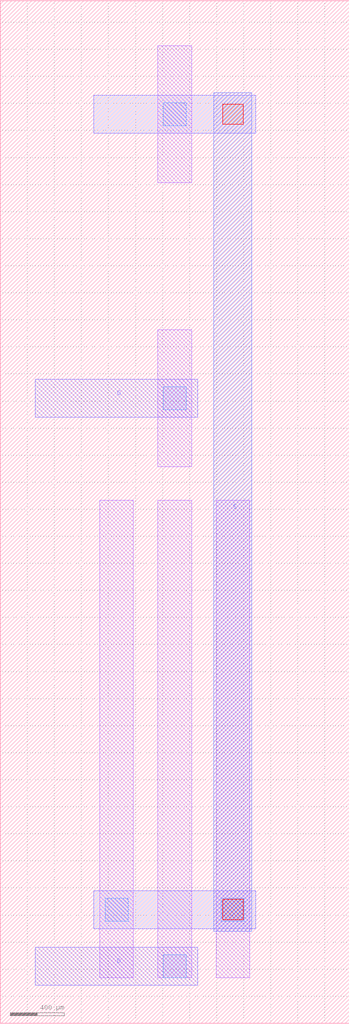
<source format=lef>
MACRO NMOS_S_54487678_X1_Y1
  UNITS 
    DATABASE MICRONS UNITS 1000;
  END UNITS 
  ORIGIN 0 0 ;
  FOREIGN NMOS_S_54487678_X1_Y1 0 0 ;
  SIZE 2580 BY 7560 ;
  PIN D
    DIRECTION INOUT ;
    USE SIGNAL ;
    PORT
      LAYER M2 ;
        RECT 260 280 1460 560 ;
    END
  END D
  PIN G
    DIRECTION INOUT ;
    USE SIGNAL ;
    PORT
      LAYER M2 ;
        RECT 260 4480 1460 4760 ;
    END
  END G
  PIN S
    DIRECTION INOUT ;
    USE SIGNAL ;
    PORT
      LAYER M3 ;
        RECT 1580 680 1860 6880 ;
    END
  END S
  OBS
    LAYER M1 ;
      RECT 1165 335 1415 3865 ;
    LAYER M1 ;
      RECT 1165 4115 1415 5125 ;
    LAYER M1 ;
      RECT 1165 6215 1415 7225 ;
    LAYER M1 ;
      RECT 735 335 985 3865 ;
    LAYER M1 ;
      RECT 1595 335 1845 3865 ;
    LAYER M2 ;
      RECT 690 700 1890 980 ;
    LAYER M2 ;
      RECT 690 6580 1890 6860 ;
    LAYER V1 ;
      RECT 1205 335 1375 505 ;
    LAYER V1 ;
      RECT 1205 4535 1375 4705 ;
    LAYER V1 ;
      RECT 1205 6635 1375 6805 ;
    LAYER V1 ;
      RECT 775 755 945 925 ;
    LAYER V1 ;
      RECT 1635 755 1805 925 ;
    LAYER V2 ;
      RECT 1645 765 1795 915 ;
    LAYER V2 ;
      RECT 1645 6645 1795 6795 ;
  END
END NMOS_S_54487678_X1_Y1
MACRO PMOS_S_87189516_X1_Y1
  UNITS 
    DATABASE MICRONS UNITS 1000;
  END UNITS 
  ORIGIN 0 0 ;
  FOREIGN PMOS_S_87189516_X1_Y1 0 0 ;
  SIZE 2580 BY 7560 ;
  PIN D
    DIRECTION INOUT ;
    USE SIGNAL ;
    PORT
      LAYER M2 ;
        RECT 260 280 1460 560 ;
    END
  END D
  PIN G
    DIRECTION INOUT ;
    USE SIGNAL ;
    PORT
      LAYER M2 ;
        RECT 260 4480 1460 4760 ;
    END
  END G
  PIN S
    DIRECTION INOUT ;
    USE SIGNAL ;
    PORT
      LAYER M3 ;
        RECT 1580 680 1860 6880 ;
    END
  END S
  OBS
    LAYER M1 ;
      RECT 1165 335 1415 3865 ;
    LAYER M1 ;
      RECT 1165 4115 1415 5125 ;
    LAYER M1 ;
      RECT 1165 6215 1415 7225 ;
    LAYER M1 ;
      RECT 735 335 985 3865 ;
    LAYER M1 ;
      RECT 1595 335 1845 3865 ;
    LAYER M2 ;
      RECT 690 700 1890 980 ;
    LAYER M2 ;
      RECT 690 6580 1890 6860 ;
    LAYER V1 ;
      RECT 1205 335 1375 505 ;
    LAYER V1 ;
      RECT 1205 4535 1375 4705 ;
    LAYER V1 ;
      RECT 1205 6635 1375 6805 ;
    LAYER V1 ;
      RECT 775 755 945 925 ;
    LAYER V1 ;
      RECT 1635 755 1805 925 ;
    LAYER V2 ;
      RECT 1645 765 1795 915 ;
    LAYER V2 ;
      RECT 1645 6645 1795 6795 ;
  END
END PMOS_S_87189516_X1_Y1

</source>
